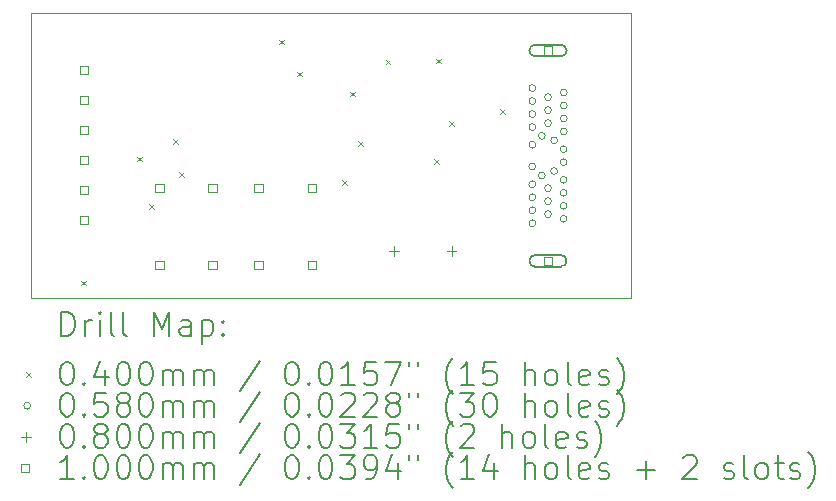
<source format=gbr>
%TF.GenerationSoftware,KiCad,Pcbnew,7.0.6*%
%TF.CreationDate,2024-04-30T21:30:09+02:00*%
%TF.ProjectId,F_Board_V1.1,465f426f-6172-4645-9f56-312e312e6b69,rev?*%
%TF.SameCoordinates,Original*%
%TF.FileFunction,Drillmap*%
%TF.FilePolarity,Positive*%
%FSLAX45Y45*%
G04 Gerber Fmt 4.5, Leading zero omitted, Abs format (unit mm)*
G04 Created by KiCad (PCBNEW 7.0.6) date 2024-04-30 21:30:09*
%MOMM*%
%LPD*%
G01*
G04 APERTURE LIST*
%ADD10C,0.100000*%
%ADD11C,0.200000*%
%ADD12C,0.040000*%
%ADD13C,0.058000*%
%ADD14C,0.080000*%
G04 APERTURE END LIST*
D10*
X14040000Y-7960000D02*
X19120000Y-7960000D01*
X19120000Y-10380000D01*
X14040000Y-10380000D01*
X14040000Y-7960000D01*
D11*
D12*
X14460000Y-10230000D02*
X14500000Y-10270000D01*
X14500000Y-10230000D02*
X14460000Y-10270000D01*
X14940000Y-9180000D02*
X14980000Y-9220000D01*
X14980000Y-9180000D02*
X14940000Y-9220000D01*
X15040000Y-9580000D02*
X15080000Y-9620000D01*
X15080000Y-9580000D02*
X15040000Y-9620000D01*
X15240000Y-9030000D02*
X15280000Y-9070000D01*
X15280000Y-9030000D02*
X15240000Y-9070000D01*
X15290000Y-9310000D02*
X15330000Y-9350000D01*
X15330000Y-9310000D02*
X15290000Y-9350000D01*
X16140000Y-8190000D02*
X16180000Y-8230000D01*
X16180000Y-8190000D02*
X16140000Y-8230000D01*
X16290000Y-8460000D02*
X16330000Y-8500000D01*
X16330000Y-8460000D02*
X16290000Y-8500000D01*
X16670000Y-9380000D02*
X16710000Y-9420000D01*
X16710000Y-9380000D02*
X16670000Y-9420000D01*
X16740000Y-8630000D02*
X16780000Y-8670000D01*
X16780000Y-8630000D02*
X16740000Y-8670000D01*
X16810000Y-9050000D02*
X16850000Y-9090000D01*
X16850000Y-9050000D02*
X16810000Y-9090000D01*
X17040000Y-8360000D02*
X17080000Y-8400000D01*
X17080000Y-8360000D02*
X17040000Y-8400000D01*
X17450000Y-9200000D02*
X17490000Y-9240000D01*
X17490000Y-9200000D02*
X17450000Y-9240000D01*
X17470000Y-8350000D02*
X17510000Y-8390000D01*
X17510000Y-8350000D02*
X17470000Y-8390000D01*
X17580000Y-8880000D02*
X17620000Y-8920000D01*
X17620000Y-8880000D02*
X17580000Y-8920000D01*
X18010000Y-8780000D02*
X18050000Y-8820000D01*
X18050000Y-8780000D02*
X18010000Y-8820000D01*
D13*
X18312250Y-8599425D02*
G75*
G03*
X18312250Y-8599425I-29000J0D01*
G01*
X18312250Y-8709425D02*
G75*
G03*
X18312250Y-8709425I-29000J0D01*
G01*
X18312250Y-8819425D02*
G75*
G03*
X18312250Y-8819425I-29000J0D01*
G01*
X18312250Y-8929425D02*
G75*
G03*
X18312250Y-8929425I-29000J0D01*
G01*
X18312250Y-9079425D02*
G75*
G03*
X18312250Y-9079425I-29000J0D01*
G01*
X18312250Y-9264425D02*
G75*
G03*
X18312250Y-9264425I-29000J0D01*
G01*
X18312250Y-9414425D02*
G75*
G03*
X18312250Y-9414425I-29000J0D01*
G01*
X18312250Y-9524425D02*
G75*
G03*
X18312250Y-9524425I-29000J0D01*
G01*
X18312250Y-9634425D02*
G75*
G03*
X18312250Y-9634425I-29000J0D01*
G01*
X18312250Y-9744425D02*
G75*
G03*
X18312250Y-9744425I-29000J0D01*
G01*
X18392250Y-9004425D02*
G75*
G03*
X18392250Y-9004425I-29000J0D01*
G01*
X18392250Y-9339425D02*
G75*
G03*
X18392250Y-9339425I-29000J0D01*
G01*
X18444750Y-8676925D02*
G75*
G03*
X18444750Y-8676925I-29000J0D01*
G01*
X18444750Y-8786925D02*
G75*
G03*
X18444750Y-8786925I-29000J0D01*
G01*
X18444750Y-8896925D02*
G75*
G03*
X18444750Y-8896925I-29000J0D01*
G01*
X18444750Y-9446925D02*
G75*
G03*
X18444750Y-9446925I-29000J0D01*
G01*
X18444750Y-9556925D02*
G75*
G03*
X18444750Y-9556925I-29000J0D01*
G01*
X18444750Y-9666925D02*
G75*
G03*
X18444750Y-9666925I-29000J0D01*
G01*
X18497250Y-9041925D02*
G75*
G03*
X18497250Y-9041925I-29000J0D01*
G01*
X18497250Y-9301925D02*
G75*
G03*
X18497250Y-9301925I-29000J0D01*
G01*
X18577250Y-8636925D02*
G75*
G03*
X18577250Y-8636925I-29000J0D01*
G01*
X18577250Y-8746925D02*
G75*
G03*
X18577250Y-8746925I-29000J0D01*
G01*
X18577250Y-8856925D02*
G75*
G03*
X18577250Y-8856925I-29000J0D01*
G01*
X18577250Y-8966925D02*
G75*
G03*
X18577250Y-8966925I-29000J0D01*
G01*
X18577250Y-9116925D02*
G75*
G03*
X18577250Y-9116925I-29000J0D01*
G01*
X18577250Y-9226925D02*
G75*
G03*
X18577250Y-9226925I-29000J0D01*
G01*
X18577250Y-9376925D02*
G75*
G03*
X18577250Y-9376925I-29000J0D01*
G01*
X18577250Y-9486925D02*
G75*
G03*
X18577250Y-9486925I-29000J0D01*
G01*
X18577250Y-9596925D02*
G75*
G03*
X18577250Y-9596925I-29000J0D01*
G01*
X18577250Y-9706925D02*
G75*
G03*
X18577250Y-9706925I-29000J0D01*
G01*
D14*
X17112000Y-9940000D02*
X17112000Y-10020000D01*
X17072000Y-9980000D02*
X17152000Y-9980000D01*
X17600000Y-9940000D02*
X17600000Y-10020000D01*
X17560000Y-9980000D02*
X17640000Y-9980000D01*
D10*
X14522856Y-8480356D02*
X14522856Y-8409644D01*
X14452144Y-8409644D01*
X14452144Y-8480356D01*
X14522856Y-8480356D01*
X14522856Y-8734356D02*
X14522856Y-8663644D01*
X14452144Y-8663644D01*
X14452144Y-8734356D01*
X14522856Y-8734356D01*
X14522856Y-8988356D02*
X14522856Y-8917644D01*
X14452144Y-8917644D01*
X14452144Y-8988356D01*
X14522856Y-8988356D01*
X14522856Y-9242356D02*
X14522856Y-9171644D01*
X14452144Y-9171644D01*
X14452144Y-9242356D01*
X14522856Y-9242356D01*
X14522856Y-9496356D02*
X14522856Y-9425644D01*
X14452144Y-9425644D01*
X14452144Y-9496356D01*
X14522856Y-9496356D01*
X14522856Y-9750356D02*
X14522856Y-9679644D01*
X14452144Y-9679644D01*
X14452144Y-9750356D01*
X14522856Y-9750356D01*
X15160356Y-9480356D02*
X15160356Y-9409644D01*
X15089644Y-9409644D01*
X15089644Y-9480356D01*
X15160356Y-9480356D01*
X15160356Y-10130356D02*
X15160356Y-10059644D01*
X15089644Y-10059644D01*
X15089644Y-10130356D01*
X15160356Y-10130356D01*
X15610356Y-9480356D02*
X15610356Y-9409644D01*
X15539644Y-9409644D01*
X15539644Y-9480356D01*
X15610356Y-9480356D01*
X15610356Y-10130356D02*
X15610356Y-10059644D01*
X15539644Y-10059644D01*
X15539644Y-10130356D01*
X15610356Y-10130356D01*
X16000356Y-9480356D02*
X16000356Y-9409644D01*
X15929644Y-9409644D01*
X15929644Y-9480356D01*
X16000356Y-9480356D01*
X16000356Y-10130356D02*
X16000356Y-10059644D01*
X15929644Y-10059644D01*
X15929644Y-10130356D01*
X16000356Y-10130356D01*
X16450356Y-9480356D02*
X16450356Y-9409644D01*
X16379644Y-9409644D01*
X16379644Y-9480356D01*
X16450356Y-9480356D01*
X16450356Y-10130356D02*
X16450356Y-10059644D01*
X16379644Y-10059644D01*
X16379644Y-10130356D01*
X16450356Y-10130356D01*
X18451106Y-8317281D02*
X18451106Y-8246569D01*
X18380394Y-8246569D01*
X18380394Y-8317281D01*
X18451106Y-8317281D01*
D11*
X18308250Y-8331925D02*
X18523250Y-8331925D01*
X18523250Y-8331925D02*
G75*
G03*
X18523250Y-8231925I0J50000D01*
G01*
X18523250Y-8231925D02*
X18308250Y-8231925D01*
X18308250Y-8231925D02*
G75*
G03*
X18308250Y-8331925I0J-50000D01*
G01*
D10*
X18451106Y-10097281D02*
X18451106Y-10026569D01*
X18380394Y-10026569D01*
X18380394Y-10097281D01*
X18451106Y-10097281D01*
D11*
X18308250Y-10111925D02*
X18523250Y-10111925D01*
X18523250Y-10111925D02*
G75*
G03*
X18523250Y-10011925I0J50000D01*
G01*
X18523250Y-10011925D02*
X18308250Y-10011925D01*
X18308250Y-10011925D02*
G75*
G03*
X18308250Y-10111925I0J-50000D01*
G01*
X14295777Y-10696484D02*
X14295777Y-10496484D01*
X14295777Y-10496484D02*
X14343396Y-10496484D01*
X14343396Y-10496484D02*
X14371967Y-10506008D01*
X14371967Y-10506008D02*
X14391015Y-10525055D01*
X14391015Y-10525055D02*
X14400539Y-10544103D01*
X14400539Y-10544103D02*
X14410062Y-10582198D01*
X14410062Y-10582198D02*
X14410062Y-10610770D01*
X14410062Y-10610770D02*
X14400539Y-10648865D01*
X14400539Y-10648865D02*
X14391015Y-10667912D01*
X14391015Y-10667912D02*
X14371967Y-10686960D01*
X14371967Y-10686960D02*
X14343396Y-10696484D01*
X14343396Y-10696484D02*
X14295777Y-10696484D01*
X14495777Y-10696484D02*
X14495777Y-10563150D01*
X14495777Y-10601246D02*
X14505301Y-10582198D01*
X14505301Y-10582198D02*
X14514824Y-10572674D01*
X14514824Y-10572674D02*
X14533872Y-10563150D01*
X14533872Y-10563150D02*
X14552920Y-10563150D01*
X14619586Y-10696484D02*
X14619586Y-10563150D01*
X14619586Y-10496484D02*
X14610062Y-10506008D01*
X14610062Y-10506008D02*
X14619586Y-10515531D01*
X14619586Y-10515531D02*
X14629110Y-10506008D01*
X14629110Y-10506008D02*
X14619586Y-10496484D01*
X14619586Y-10496484D02*
X14619586Y-10515531D01*
X14743396Y-10696484D02*
X14724348Y-10686960D01*
X14724348Y-10686960D02*
X14714824Y-10667912D01*
X14714824Y-10667912D02*
X14714824Y-10496484D01*
X14848158Y-10696484D02*
X14829110Y-10686960D01*
X14829110Y-10686960D02*
X14819586Y-10667912D01*
X14819586Y-10667912D02*
X14819586Y-10496484D01*
X15076729Y-10696484D02*
X15076729Y-10496484D01*
X15076729Y-10496484D02*
X15143396Y-10639341D01*
X15143396Y-10639341D02*
X15210062Y-10496484D01*
X15210062Y-10496484D02*
X15210062Y-10696484D01*
X15391015Y-10696484D02*
X15391015Y-10591722D01*
X15391015Y-10591722D02*
X15381491Y-10572674D01*
X15381491Y-10572674D02*
X15362443Y-10563150D01*
X15362443Y-10563150D02*
X15324348Y-10563150D01*
X15324348Y-10563150D02*
X15305301Y-10572674D01*
X15391015Y-10686960D02*
X15371967Y-10696484D01*
X15371967Y-10696484D02*
X15324348Y-10696484D01*
X15324348Y-10696484D02*
X15305301Y-10686960D01*
X15305301Y-10686960D02*
X15295777Y-10667912D01*
X15295777Y-10667912D02*
X15295777Y-10648865D01*
X15295777Y-10648865D02*
X15305301Y-10629817D01*
X15305301Y-10629817D02*
X15324348Y-10620293D01*
X15324348Y-10620293D02*
X15371967Y-10620293D01*
X15371967Y-10620293D02*
X15391015Y-10610770D01*
X15486253Y-10563150D02*
X15486253Y-10763150D01*
X15486253Y-10572674D02*
X15505301Y-10563150D01*
X15505301Y-10563150D02*
X15543396Y-10563150D01*
X15543396Y-10563150D02*
X15562443Y-10572674D01*
X15562443Y-10572674D02*
X15571967Y-10582198D01*
X15571967Y-10582198D02*
X15581491Y-10601246D01*
X15581491Y-10601246D02*
X15581491Y-10658389D01*
X15581491Y-10658389D02*
X15571967Y-10677436D01*
X15571967Y-10677436D02*
X15562443Y-10686960D01*
X15562443Y-10686960D02*
X15543396Y-10696484D01*
X15543396Y-10696484D02*
X15505301Y-10696484D01*
X15505301Y-10696484D02*
X15486253Y-10686960D01*
X15667205Y-10677436D02*
X15676729Y-10686960D01*
X15676729Y-10686960D02*
X15667205Y-10696484D01*
X15667205Y-10696484D02*
X15657682Y-10686960D01*
X15657682Y-10686960D02*
X15667205Y-10677436D01*
X15667205Y-10677436D02*
X15667205Y-10696484D01*
X15667205Y-10572674D02*
X15676729Y-10582198D01*
X15676729Y-10582198D02*
X15667205Y-10591722D01*
X15667205Y-10591722D02*
X15657682Y-10582198D01*
X15657682Y-10582198D02*
X15667205Y-10572674D01*
X15667205Y-10572674D02*
X15667205Y-10591722D01*
D12*
X13995000Y-11005000D02*
X14035000Y-11045000D01*
X14035000Y-11005000D02*
X13995000Y-11045000D01*
D11*
X14333872Y-10916484D02*
X14352920Y-10916484D01*
X14352920Y-10916484D02*
X14371967Y-10926008D01*
X14371967Y-10926008D02*
X14381491Y-10935531D01*
X14381491Y-10935531D02*
X14391015Y-10954579D01*
X14391015Y-10954579D02*
X14400539Y-10992674D01*
X14400539Y-10992674D02*
X14400539Y-11040293D01*
X14400539Y-11040293D02*
X14391015Y-11078389D01*
X14391015Y-11078389D02*
X14381491Y-11097436D01*
X14381491Y-11097436D02*
X14371967Y-11106960D01*
X14371967Y-11106960D02*
X14352920Y-11116484D01*
X14352920Y-11116484D02*
X14333872Y-11116484D01*
X14333872Y-11116484D02*
X14314824Y-11106960D01*
X14314824Y-11106960D02*
X14305301Y-11097436D01*
X14305301Y-11097436D02*
X14295777Y-11078389D01*
X14295777Y-11078389D02*
X14286253Y-11040293D01*
X14286253Y-11040293D02*
X14286253Y-10992674D01*
X14286253Y-10992674D02*
X14295777Y-10954579D01*
X14295777Y-10954579D02*
X14305301Y-10935531D01*
X14305301Y-10935531D02*
X14314824Y-10926008D01*
X14314824Y-10926008D02*
X14333872Y-10916484D01*
X14486253Y-11097436D02*
X14495777Y-11106960D01*
X14495777Y-11106960D02*
X14486253Y-11116484D01*
X14486253Y-11116484D02*
X14476729Y-11106960D01*
X14476729Y-11106960D02*
X14486253Y-11097436D01*
X14486253Y-11097436D02*
X14486253Y-11116484D01*
X14667205Y-10983150D02*
X14667205Y-11116484D01*
X14619586Y-10906960D02*
X14571967Y-11049817D01*
X14571967Y-11049817D02*
X14695777Y-11049817D01*
X14810062Y-10916484D02*
X14829110Y-10916484D01*
X14829110Y-10916484D02*
X14848158Y-10926008D01*
X14848158Y-10926008D02*
X14857682Y-10935531D01*
X14857682Y-10935531D02*
X14867205Y-10954579D01*
X14867205Y-10954579D02*
X14876729Y-10992674D01*
X14876729Y-10992674D02*
X14876729Y-11040293D01*
X14876729Y-11040293D02*
X14867205Y-11078389D01*
X14867205Y-11078389D02*
X14857682Y-11097436D01*
X14857682Y-11097436D02*
X14848158Y-11106960D01*
X14848158Y-11106960D02*
X14829110Y-11116484D01*
X14829110Y-11116484D02*
X14810062Y-11116484D01*
X14810062Y-11116484D02*
X14791015Y-11106960D01*
X14791015Y-11106960D02*
X14781491Y-11097436D01*
X14781491Y-11097436D02*
X14771967Y-11078389D01*
X14771967Y-11078389D02*
X14762443Y-11040293D01*
X14762443Y-11040293D02*
X14762443Y-10992674D01*
X14762443Y-10992674D02*
X14771967Y-10954579D01*
X14771967Y-10954579D02*
X14781491Y-10935531D01*
X14781491Y-10935531D02*
X14791015Y-10926008D01*
X14791015Y-10926008D02*
X14810062Y-10916484D01*
X15000539Y-10916484D02*
X15019586Y-10916484D01*
X15019586Y-10916484D02*
X15038634Y-10926008D01*
X15038634Y-10926008D02*
X15048158Y-10935531D01*
X15048158Y-10935531D02*
X15057682Y-10954579D01*
X15057682Y-10954579D02*
X15067205Y-10992674D01*
X15067205Y-10992674D02*
X15067205Y-11040293D01*
X15067205Y-11040293D02*
X15057682Y-11078389D01*
X15057682Y-11078389D02*
X15048158Y-11097436D01*
X15048158Y-11097436D02*
X15038634Y-11106960D01*
X15038634Y-11106960D02*
X15019586Y-11116484D01*
X15019586Y-11116484D02*
X15000539Y-11116484D01*
X15000539Y-11116484D02*
X14981491Y-11106960D01*
X14981491Y-11106960D02*
X14971967Y-11097436D01*
X14971967Y-11097436D02*
X14962443Y-11078389D01*
X14962443Y-11078389D02*
X14952920Y-11040293D01*
X14952920Y-11040293D02*
X14952920Y-10992674D01*
X14952920Y-10992674D02*
X14962443Y-10954579D01*
X14962443Y-10954579D02*
X14971967Y-10935531D01*
X14971967Y-10935531D02*
X14981491Y-10926008D01*
X14981491Y-10926008D02*
X15000539Y-10916484D01*
X15152920Y-11116484D02*
X15152920Y-10983150D01*
X15152920Y-11002198D02*
X15162443Y-10992674D01*
X15162443Y-10992674D02*
X15181491Y-10983150D01*
X15181491Y-10983150D02*
X15210063Y-10983150D01*
X15210063Y-10983150D02*
X15229110Y-10992674D01*
X15229110Y-10992674D02*
X15238634Y-11011722D01*
X15238634Y-11011722D02*
X15238634Y-11116484D01*
X15238634Y-11011722D02*
X15248158Y-10992674D01*
X15248158Y-10992674D02*
X15267205Y-10983150D01*
X15267205Y-10983150D02*
X15295777Y-10983150D01*
X15295777Y-10983150D02*
X15314824Y-10992674D01*
X15314824Y-10992674D02*
X15324348Y-11011722D01*
X15324348Y-11011722D02*
X15324348Y-11116484D01*
X15419586Y-11116484D02*
X15419586Y-10983150D01*
X15419586Y-11002198D02*
X15429110Y-10992674D01*
X15429110Y-10992674D02*
X15448158Y-10983150D01*
X15448158Y-10983150D02*
X15476729Y-10983150D01*
X15476729Y-10983150D02*
X15495777Y-10992674D01*
X15495777Y-10992674D02*
X15505301Y-11011722D01*
X15505301Y-11011722D02*
X15505301Y-11116484D01*
X15505301Y-11011722D02*
X15514824Y-10992674D01*
X15514824Y-10992674D02*
X15533872Y-10983150D01*
X15533872Y-10983150D02*
X15562443Y-10983150D01*
X15562443Y-10983150D02*
X15581491Y-10992674D01*
X15581491Y-10992674D02*
X15591015Y-11011722D01*
X15591015Y-11011722D02*
X15591015Y-11116484D01*
X15981491Y-10906960D02*
X15810063Y-11164103D01*
X16238634Y-10916484D02*
X16257682Y-10916484D01*
X16257682Y-10916484D02*
X16276729Y-10926008D01*
X16276729Y-10926008D02*
X16286253Y-10935531D01*
X16286253Y-10935531D02*
X16295777Y-10954579D01*
X16295777Y-10954579D02*
X16305301Y-10992674D01*
X16305301Y-10992674D02*
X16305301Y-11040293D01*
X16305301Y-11040293D02*
X16295777Y-11078389D01*
X16295777Y-11078389D02*
X16286253Y-11097436D01*
X16286253Y-11097436D02*
X16276729Y-11106960D01*
X16276729Y-11106960D02*
X16257682Y-11116484D01*
X16257682Y-11116484D02*
X16238634Y-11116484D01*
X16238634Y-11116484D02*
X16219586Y-11106960D01*
X16219586Y-11106960D02*
X16210063Y-11097436D01*
X16210063Y-11097436D02*
X16200539Y-11078389D01*
X16200539Y-11078389D02*
X16191015Y-11040293D01*
X16191015Y-11040293D02*
X16191015Y-10992674D01*
X16191015Y-10992674D02*
X16200539Y-10954579D01*
X16200539Y-10954579D02*
X16210063Y-10935531D01*
X16210063Y-10935531D02*
X16219586Y-10926008D01*
X16219586Y-10926008D02*
X16238634Y-10916484D01*
X16391015Y-11097436D02*
X16400539Y-11106960D01*
X16400539Y-11106960D02*
X16391015Y-11116484D01*
X16391015Y-11116484D02*
X16381491Y-11106960D01*
X16381491Y-11106960D02*
X16391015Y-11097436D01*
X16391015Y-11097436D02*
X16391015Y-11116484D01*
X16524348Y-10916484D02*
X16543396Y-10916484D01*
X16543396Y-10916484D02*
X16562444Y-10926008D01*
X16562444Y-10926008D02*
X16571967Y-10935531D01*
X16571967Y-10935531D02*
X16581491Y-10954579D01*
X16581491Y-10954579D02*
X16591015Y-10992674D01*
X16591015Y-10992674D02*
X16591015Y-11040293D01*
X16591015Y-11040293D02*
X16581491Y-11078389D01*
X16581491Y-11078389D02*
X16571967Y-11097436D01*
X16571967Y-11097436D02*
X16562444Y-11106960D01*
X16562444Y-11106960D02*
X16543396Y-11116484D01*
X16543396Y-11116484D02*
X16524348Y-11116484D01*
X16524348Y-11116484D02*
X16505301Y-11106960D01*
X16505301Y-11106960D02*
X16495777Y-11097436D01*
X16495777Y-11097436D02*
X16486253Y-11078389D01*
X16486253Y-11078389D02*
X16476729Y-11040293D01*
X16476729Y-11040293D02*
X16476729Y-10992674D01*
X16476729Y-10992674D02*
X16486253Y-10954579D01*
X16486253Y-10954579D02*
X16495777Y-10935531D01*
X16495777Y-10935531D02*
X16505301Y-10926008D01*
X16505301Y-10926008D02*
X16524348Y-10916484D01*
X16781491Y-11116484D02*
X16667206Y-11116484D01*
X16724348Y-11116484D02*
X16724348Y-10916484D01*
X16724348Y-10916484D02*
X16705301Y-10945055D01*
X16705301Y-10945055D02*
X16686253Y-10964103D01*
X16686253Y-10964103D02*
X16667206Y-10973627D01*
X16962444Y-10916484D02*
X16867206Y-10916484D01*
X16867206Y-10916484D02*
X16857682Y-11011722D01*
X16857682Y-11011722D02*
X16867206Y-11002198D01*
X16867206Y-11002198D02*
X16886253Y-10992674D01*
X16886253Y-10992674D02*
X16933872Y-10992674D01*
X16933872Y-10992674D02*
X16952920Y-11002198D01*
X16952920Y-11002198D02*
X16962444Y-11011722D01*
X16962444Y-11011722D02*
X16971968Y-11030770D01*
X16971968Y-11030770D02*
X16971968Y-11078389D01*
X16971968Y-11078389D02*
X16962444Y-11097436D01*
X16962444Y-11097436D02*
X16952920Y-11106960D01*
X16952920Y-11106960D02*
X16933872Y-11116484D01*
X16933872Y-11116484D02*
X16886253Y-11116484D01*
X16886253Y-11116484D02*
X16867206Y-11106960D01*
X16867206Y-11106960D02*
X16857682Y-11097436D01*
X17038634Y-10916484D02*
X17171968Y-10916484D01*
X17171968Y-10916484D02*
X17086253Y-11116484D01*
X17238634Y-10916484D02*
X17238634Y-10954579D01*
X17314825Y-10916484D02*
X17314825Y-10954579D01*
X17610063Y-11192674D02*
X17600539Y-11183150D01*
X17600539Y-11183150D02*
X17581491Y-11154579D01*
X17581491Y-11154579D02*
X17571968Y-11135531D01*
X17571968Y-11135531D02*
X17562444Y-11106960D01*
X17562444Y-11106960D02*
X17552920Y-11059341D01*
X17552920Y-11059341D02*
X17552920Y-11021246D01*
X17552920Y-11021246D02*
X17562444Y-10973627D01*
X17562444Y-10973627D02*
X17571968Y-10945055D01*
X17571968Y-10945055D02*
X17581491Y-10926008D01*
X17581491Y-10926008D02*
X17600539Y-10897436D01*
X17600539Y-10897436D02*
X17610063Y-10887912D01*
X17791015Y-11116484D02*
X17676730Y-11116484D01*
X17733872Y-11116484D02*
X17733872Y-10916484D01*
X17733872Y-10916484D02*
X17714825Y-10945055D01*
X17714825Y-10945055D02*
X17695777Y-10964103D01*
X17695777Y-10964103D02*
X17676730Y-10973627D01*
X17971968Y-10916484D02*
X17876730Y-10916484D01*
X17876730Y-10916484D02*
X17867206Y-11011722D01*
X17867206Y-11011722D02*
X17876730Y-11002198D01*
X17876730Y-11002198D02*
X17895777Y-10992674D01*
X17895777Y-10992674D02*
X17943396Y-10992674D01*
X17943396Y-10992674D02*
X17962444Y-11002198D01*
X17962444Y-11002198D02*
X17971968Y-11011722D01*
X17971968Y-11011722D02*
X17981491Y-11030770D01*
X17981491Y-11030770D02*
X17981491Y-11078389D01*
X17981491Y-11078389D02*
X17971968Y-11097436D01*
X17971968Y-11097436D02*
X17962444Y-11106960D01*
X17962444Y-11106960D02*
X17943396Y-11116484D01*
X17943396Y-11116484D02*
X17895777Y-11116484D01*
X17895777Y-11116484D02*
X17876730Y-11106960D01*
X17876730Y-11106960D02*
X17867206Y-11097436D01*
X18219587Y-11116484D02*
X18219587Y-10916484D01*
X18305301Y-11116484D02*
X18305301Y-11011722D01*
X18305301Y-11011722D02*
X18295777Y-10992674D01*
X18295777Y-10992674D02*
X18276730Y-10983150D01*
X18276730Y-10983150D02*
X18248158Y-10983150D01*
X18248158Y-10983150D02*
X18229111Y-10992674D01*
X18229111Y-10992674D02*
X18219587Y-11002198D01*
X18429111Y-11116484D02*
X18410063Y-11106960D01*
X18410063Y-11106960D02*
X18400539Y-11097436D01*
X18400539Y-11097436D02*
X18391015Y-11078389D01*
X18391015Y-11078389D02*
X18391015Y-11021246D01*
X18391015Y-11021246D02*
X18400539Y-11002198D01*
X18400539Y-11002198D02*
X18410063Y-10992674D01*
X18410063Y-10992674D02*
X18429111Y-10983150D01*
X18429111Y-10983150D02*
X18457682Y-10983150D01*
X18457682Y-10983150D02*
X18476730Y-10992674D01*
X18476730Y-10992674D02*
X18486253Y-11002198D01*
X18486253Y-11002198D02*
X18495777Y-11021246D01*
X18495777Y-11021246D02*
X18495777Y-11078389D01*
X18495777Y-11078389D02*
X18486253Y-11097436D01*
X18486253Y-11097436D02*
X18476730Y-11106960D01*
X18476730Y-11106960D02*
X18457682Y-11116484D01*
X18457682Y-11116484D02*
X18429111Y-11116484D01*
X18610063Y-11116484D02*
X18591015Y-11106960D01*
X18591015Y-11106960D02*
X18581492Y-11087912D01*
X18581492Y-11087912D02*
X18581492Y-10916484D01*
X18762444Y-11106960D02*
X18743396Y-11116484D01*
X18743396Y-11116484D02*
X18705301Y-11116484D01*
X18705301Y-11116484D02*
X18686253Y-11106960D01*
X18686253Y-11106960D02*
X18676730Y-11087912D01*
X18676730Y-11087912D02*
X18676730Y-11011722D01*
X18676730Y-11011722D02*
X18686253Y-10992674D01*
X18686253Y-10992674D02*
X18705301Y-10983150D01*
X18705301Y-10983150D02*
X18743396Y-10983150D01*
X18743396Y-10983150D02*
X18762444Y-10992674D01*
X18762444Y-10992674D02*
X18771968Y-11011722D01*
X18771968Y-11011722D02*
X18771968Y-11030770D01*
X18771968Y-11030770D02*
X18676730Y-11049817D01*
X18848158Y-11106960D02*
X18867206Y-11116484D01*
X18867206Y-11116484D02*
X18905301Y-11116484D01*
X18905301Y-11116484D02*
X18924349Y-11106960D01*
X18924349Y-11106960D02*
X18933873Y-11087912D01*
X18933873Y-11087912D02*
X18933873Y-11078389D01*
X18933873Y-11078389D02*
X18924349Y-11059341D01*
X18924349Y-11059341D02*
X18905301Y-11049817D01*
X18905301Y-11049817D02*
X18876730Y-11049817D01*
X18876730Y-11049817D02*
X18857682Y-11040293D01*
X18857682Y-11040293D02*
X18848158Y-11021246D01*
X18848158Y-11021246D02*
X18848158Y-11011722D01*
X18848158Y-11011722D02*
X18857682Y-10992674D01*
X18857682Y-10992674D02*
X18876730Y-10983150D01*
X18876730Y-10983150D02*
X18905301Y-10983150D01*
X18905301Y-10983150D02*
X18924349Y-10992674D01*
X19000539Y-11192674D02*
X19010063Y-11183150D01*
X19010063Y-11183150D02*
X19029111Y-11154579D01*
X19029111Y-11154579D02*
X19038634Y-11135531D01*
X19038634Y-11135531D02*
X19048158Y-11106960D01*
X19048158Y-11106960D02*
X19057682Y-11059341D01*
X19057682Y-11059341D02*
X19057682Y-11021246D01*
X19057682Y-11021246D02*
X19048158Y-10973627D01*
X19048158Y-10973627D02*
X19038634Y-10945055D01*
X19038634Y-10945055D02*
X19029111Y-10926008D01*
X19029111Y-10926008D02*
X19010063Y-10897436D01*
X19010063Y-10897436D02*
X19000539Y-10887912D01*
D13*
X14035000Y-11289000D02*
G75*
G03*
X14035000Y-11289000I-29000J0D01*
G01*
D11*
X14333872Y-11180484D02*
X14352920Y-11180484D01*
X14352920Y-11180484D02*
X14371967Y-11190008D01*
X14371967Y-11190008D02*
X14381491Y-11199531D01*
X14381491Y-11199531D02*
X14391015Y-11218579D01*
X14391015Y-11218579D02*
X14400539Y-11256674D01*
X14400539Y-11256674D02*
X14400539Y-11304293D01*
X14400539Y-11304293D02*
X14391015Y-11342388D01*
X14391015Y-11342388D02*
X14381491Y-11361436D01*
X14381491Y-11361436D02*
X14371967Y-11370960D01*
X14371967Y-11370960D02*
X14352920Y-11380484D01*
X14352920Y-11380484D02*
X14333872Y-11380484D01*
X14333872Y-11380484D02*
X14314824Y-11370960D01*
X14314824Y-11370960D02*
X14305301Y-11361436D01*
X14305301Y-11361436D02*
X14295777Y-11342388D01*
X14295777Y-11342388D02*
X14286253Y-11304293D01*
X14286253Y-11304293D02*
X14286253Y-11256674D01*
X14286253Y-11256674D02*
X14295777Y-11218579D01*
X14295777Y-11218579D02*
X14305301Y-11199531D01*
X14305301Y-11199531D02*
X14314824Y-11190008D01*
X14314824Y-11190008D02*
X14333872Y-11180484D01*
X14486253Y-11361436D02*
X14495777Y-11370960D01*
X14495777Y-11370960D02*
X14486253Y-11380484D01*
X14486253Y-11380484D02*
X14476729Y-11370960D01*
X14476729Y-11370960D02*
X14486253Y-11361436D01*
X14486253Y-11361436D02*
X14486253Y-11380484D01*
X14676729Y-11180484D02*
X14581491Y-11180484D01*
X14581491Y-11180484D02*
X14571967Y-11275722D01*
X14571967Y-11275722D02*
X14581491Y-11266198D01*
X14581491Y-11266198D02*
X14600539Y-11256674D01*
X14600539Y-11256674D02*
X14648158Y-11256674D01*
X14648158Y-11256674D02*
X14667205Y-11266198D01*
X14667205Y-11266198D02*
X14676729Y-11275722D01*
X14676729Y-11275722D02*
X14686253Y-11294769D01*
X14686253Y-11294769D02*
X14686253Y-11342388D01*
X14686253Y-11342388D02*
X14676729Y-11361436D01*
X14676729Y-11361436D02*
X14667205Y-11370960D01*
X14667205Y-11370960D02*
X14648158Y-11380484D01*
X14648158Y-11380484D02*
X14600539Y-11380484D01*
X14600539Y-11380484D02*
X14581491Y-11370960D01*
X14581491Y-11370960D02*
X14571967Y-11361436D01*
X14800539Y-11266198D02*
X14781491Y-11256674D01*
X14781491Y-11256674D02*
X14771967Y-11247150D01*
X14771967Y-11247150D02*
X14762443Y-11228103D01*
X14762443Y-11228103D02*
X14762443Y-11218579D01*
X14762443Y-11218579D02*
X14771967Y-11199531D01*
X14771967Y-11199531D02*
X14781491Y-11190008D01*
X14781491Y-11190008D02*
X14800539Y-11180484D01*
X14800539Y-11180484D02*
X14838634Y-11180484D01*
X14838634Y-11180484D02*
X14857682Y-11190008D01*
X14857682Y-11190008D02*
X14867205Y-11199531D01*
X14867205Y-11199531D02*
X14876729Y-11218579D01*
X14876729Y-11218579D02*
X14876729Y-11228103D01*
X14876729Y-11228103D02*
X14867205Y-11247150D01*
X14867205Y-11247150D02*
X14857682Y-11256674D01*
X14857682Y-11256674D02*
X14838634Y-11266198D01*
X14838634Y-11266198D02*
X14800539Y-11266198D01*
X14800539Y-11266198D02*
X14781491Y-11275722D01*
X14781491Y-11275722D02*
X14771967Y-11285246D01*
X14771967Y-11285246D02*
X14762443Y-11304293D01*
X14762443Y-11304293D02*
X14762443Y-11342388D01*
X14762443Y-11342388D02*
X14771967Y-11361436D01*
X14771967Y-11361436D02*
X14781491Y-11370960D01*
X14781491Y-11370960D02*
X14800539Y-11380484D01*
X14800539Y-11380484D02*
X14838634Y-11380484D01*
X14838634Y-11380484D02*
X14857682Y-11370960D01*
X14857682Y-11370960D02*
X14867205Y-11361436D01*
X14867205Y-11361436D02*
X14876729Y-11342388D01*
X14876729Y-11342388D02*
X14876729Y-11304293D01*
X14876729Y-11304293D02*
X14867205Y-11285246D01*
X14867205Y-11285246D02*
X14857682Y-11275722D01*
X14857682Y-11275722D02*
X14838634Y-11266198D01*
X15000539Y-11180484D02*
X15019586Y-11180484D01*
X15019586Y-11180484D02*
X15038634Y-11190008D01*
X15038634Y-11190008D02*
X15048158Y-11199531D01*
X15048158Y-11199531D02*
X15057682Y-11218579D01*
X15057682Y-11218579D02*
X15067205Y-11256674D01*
X15067205Y-11256674D02*
X15067205Y-11304293D01*
X15067205Y-11304293D02*
X15057682Y-11342388D01*
X15057682Y-11342388D02*
X15048158Y-11361436D01*
X15048158Y-11361436D02*
X15038634Y-11370960D01*
X15038634Y-11370960D02*
X15019586Y-11380484D01*
X15019586Y-11380484D02*
X15000539Y-11380484D01*
X15000539Y-11380484D02*
X14981491Y-11370960D01*
X14981491Y-11370960D02*
X14971967Y-11361436D01*
X14971967Y-11361436D02*
X14962443Y-11342388D01*
X14962443Y-11342388D02*
X14952920Y-11304293D01*
X14952920Y-11304293D02*
X14952920Y-11256674D01*
X14952920Y-11256674D02*
X14962443Y-11218579D01*
X14962443Y-11218579D02*
X14971967Y-11199531D01*
X14971967Y-11199531D02*
X14981491Y-11190008D01*
X14981491Y-11190008D02*
X15000539Y-11180484D01*
X15152920Y-11380484D02*
X15152920Y-11247150D01*
X15152920Y-11266198D02*
X15162443Y-11256674D01*
X15162443Y-11256674D02*
X15181491Y-11247150D01*
X15181491Y-11247150D02*
X15210063Y-11247150D01*
X15210063Y-11247150D02*
X15229110Y-11256674D01*
X15229110Y-11256674D02*
X15238634Y-11275722D01*
X15238634Y-11275722D02*
X15238634Y-11380484D01*
X15238634Y-11275722D02*
X15248158Y-11256674D01*
X15248158Y-11256674D02*
X15267205Y-11247150D01*
X15267205Y-11247150D02*
X15295777Y-11247150D01*
X15295777Y-11247150D02*
X15314824Y-11256674D01*
X15314824Y-11256674D02*
X15324348Y-11275722D01*
X15324348Y-11275722D02*
X15324348Y-11380484D01*
X15419586Y-11380484D02*
X15419586Y-11247150D01*
X15419586Y-11266198D02*
X15429110Y-11256674D01*
X15429110Y-11256674D02*
X15448158Y-11247150D01*
X15448158Y-11247150D02*
X15476729Y-11247150D01*
X15476729Y-11247150D02*
X15495777Y-11256674D01*
X15495777Y-11256674D02*
X15505301Y-11275722D01*
X15505301Y-11275722D02*
X15505301Y-11380484D01*
X15505301Y-11275722D02*
X15514824Y-11256674D01*
X15514824Y-11256674D02*
X15533872Y-11247150D01*
X15533872Y-11247150D02*
X15562443Y-11247150D01*
X15562443Y-11247150D02*
X15581491Y-11256674D01*
X15581491Y-11256674D02*
X15591015Y-11275722D01*
X15591015Y-11275722D02*
X15591015Y-11380484D01*
X15981491Y-11170960D02*
X15810063Y-11428103D01*
X16238634Y-11180484D02*
X16257682Y-11180484D01*
X16257682Y-11180484D02*
X16276729Y-11190008D01*
X16276729Y-11190008D02*
X16286253Y-11199531D01*
X16286253Y-11199531D02*
X16295777Y-11218579D01*
X16295777Y-11218579D02*
X16305301Y-11256674D01*
X16305301Y-11256674D02*
X16305301Y-11304293D01*
X16305301Y-11304293D02*
X16295777Y-11342388D01*
X16295777Y-11342388D02*
X16286253Y-11361436D01*
X16286253Y-11361436D02*
X16276729Y-11370960D01*
X16276729Y-11370960D02*
X16257682Y-11380484D01*
X16257682Y-11380484D02*
X16238634Y-11380484D01*
X16238634Y-11380484D02*
X16219586Y-11370960D01*
X16219586Y-11370960D02*
X16210063Y-11361436D01*
X16210063Y-11361436D02*
X16200539Y-11342388D01*
X16200539Y-11342388D02*
X16191015Y-11304293D01*
X16191015Y-11304293D02*
X16191015Y-11256674D01*
X16191015Y-11256674D02*
X16200539Y-11218579D01*
X16200539Y-11218579D02*
X16210063Y-11199531D01*
X16210063Y-11199531D02*
X16219586Y-11190008D01*
X16219586Y-11190008D02*
X16238634Y-11180484D01*
X16391015Y-11361436D02*
X16400539Y-11370960D01*
X16400539Y-11370960D02*
X16391015Y-11380484D01*
X16391015Y-11380484D02*
X16381491Y-11370960D01*
X16381491Y-11370960D02*
X16391015Y-11361436D01*
X16391015Y-11361436D02*
X16391015Y-11380484D01*
X16524348Y-11180484D02*
X16543396Y-11180484D01*
X16543396Y-11180484D02*
X16562444Y-11190008D01*
X16562444Y-11190008D02*
X16571967Y-11199531D01*
X16571967Y-11199531D02*
X16581491Y-11218579D01*
X16581491Y-11218579D02*
X16591015Y-11256674D01*
X16591015Y-11256674D02*
X16591015Y-11304293D01*
X16591015Y-11304293D02*
X16581491Y-11342388D01*
X16581491Y-11342388D02*
X16571967Y-11361436D01*
X16571967Y-11361436D02*
X16562444Y-11370960D01*
X16562444Y-11370960D02*
X16543396Y-11380484D01*
X16543396Y-11380484D02*
X16524348Y-11380484D01*
X16524348Y-11380484D02*
X16505301Y-11370960D01*
X16505301Y-11370960D02*
X16495777Y-11361436D01*
X16495777Y-11361436D02*
X16486253Y-11342388D01*
X16486253Y-11342388D02*
X16476729Y-11304293D01*
X16476729Y-11304293D02*
X16476729Y-11256674D01*
X16476729Y-11256674D02*
X16486253Y-11218579D01*
X16486253Y-11218579D02*
X16495777Y-11199531D01*
X16495777Y-11199531D02*
X16505301Y-11190008D01*
X16505301Y-11190008D02*
X16524348Y-11180484D01*
X16667206Y-11199531D02*
X16676729Y-11190008D01*
X16676729Y-11190008D02*
X16695777Y-11180484D01*
X16695777Y-11180484D02*
X16743396Y-11180484D01*
X16743396Y-11180484D02*
X16762444Y-11190008D01*
X16762444Y-11190008D02*
X16771967Y-11199531D01*
X16771967Y-11199531D02*
X16781491Y-11218579D01*
X16781491Y-11218579D02*
X16781491Y-11237627D01*
X16781491Y-11237627D02*
X16771967Y-11266198D01*
X16771967Y-11266198D02*
X16657682Y-11380484D01*
X16657682Y-11380484D02*
X16781491Y-11380484D01*
X16857682Y-11199531D02*
X16867206Y-11190008D01*
X16867206Y-11190008D02*
X16886253Y-11180484D01*
X16886253Y-11180484D02*
X16933872Y-11180484D01*
X16933872Y-11180484D02*
X16952920Y-11190008D01*
X16952920Y-11190008D02*
X16962444Y-11199531D01*
X16962444Y-11199531D02*
X16971968Y-11218579D01*
X16971968Y-11218579D02*
X16971968Y-11237627D01*
X16971968Y-11237627D02*
X16962444Y-11266198D01*
X16962444Y-11266198D02*
X16848158Y-11380484D01*
X16848158Y-11380484D02*
X16971968Y-11380484D01*
X17086253Y-11266198D02*
X17067206Y-11256674D01*
X17067206Y-11256674D02*
X17057682Y-11247150D01*
X17057682Y-11247150D02*
X17048158Y-11228103D01*
X17048158Y-11228103D02*
X17048158Y-11218579D01*
X17048158Y-11218579D02*
X17057682Y-11199531D01*
X17057682Y-11199531D02*
X17067206Y-11190008D01*
X17067206Y-11190008D02*
X17086253Y-11180484D01*
X17086253Y-11180484D02*
X17124349Y-11180484D01*
X17124349Y-11180484D02*
X17143396Y-11190008D01*
X17143396Y-11190008D02*
X17152920Y-11199531D01*
X17152920Y-11199531D02*
X17162444Y-11218579D01*
X17162444Y-11218579D02*
X17162444Y-11228103D01*
X17162444Y-11228103D02*
X17152920Y-11247150D01*
X17152920Y-11247150D02*
X17143396Y-11256674D01*
X17143396Y-11256674D02*
X17124349Y-11266198D01*
X17124349Y-11266198D02*
X17086253Y-11266198D01*
X17086253Y-11266198D02*
X17067206Y-11275722D01*
X17067206Y-11275722D02*
X17057682Y-11285246D01*
X17057682Y-11285246D02*
X17048158Y-11304293D01*
X17048158Y-11304293D02*
X17048158Y-11342388D01*
X17048158Y-11342388D02*
X17057682Y-11361436D01*
X17057682Y-11361436D02*
X17067206Y-11370960D01*
X17067206Y-11370960D02*
X17086253Y-11380484D01*
X17086253Y-11380484D02*
X17124349Y-11380484D01*
X17124349Y-11380484D02*
X17143396Y-11370960D01*
X17143396Y-11370960D02*
X17152920Y-11361436D01*
X17152920Y-11361436D02*
X17162444Y-11342388D01*
X17162444Y-11342388D02*
X17162444Y-11304293D01*
X17162444Y-11304293D02*
X17152920Y-11285246D01*
X17152920Y-11285246D02*
X17143396Y-11275722D01*
X17143396Y-11275722D02*
X17124349Y-11266198D01*
X17238634Y-11180484D02*
X17238634Y-11218579D01*
X17314825Y-11180484D02*
X17314825Y-11218579D01*
X17610063Y-11456674D02*
X17600539Y-11447150D01*
X17600539Y-11447150D02*
X17581491Y-11418579D01*
X17581491Y-11418579D02*
X17571968Y-11399531D01*
X17571968Y-11399531D02*
X17562444Y-11370960D01*
X17562444Y-11370960D02*
X17552920Y-11323341D01*
X17552920Y-11323341D02*
X17552920Y-11285246D01*
X17552920Y-11285246D02*
X17562444Y-11237627D01*
X17562444Y-11237627D02*
X17571968Y-11209055D01*
X17571968Y-11209055D02*
X17581491Y-11190008D01*
X17581491Y-11190008D02*
X17600539Y-11161436D01*
X17600539Y-11161436D02*
X17610063Y-11151912D01*
X17667206Y-11180484D02*
X17791015Y-11180484D01*
X17791015Y-11180484D02*
X17724349Y-11256674D01*
X17724349Y-11256674D02*
X17752920Y-11256674D01*
X17752920Y-11256674D02*
X17771968Y-11266198D01*
X17771968Y-11266198D02*
X17781491Y-11275722D01*
X17781491Y-11275722D02*
X17791015Y-11294769D01*
X17791015Y-11294769D02*
X17791015Y-11342388D01*
X17791015Y-11342388D02*
X17781491Y-11361436D01*
X17781491Y-11361436D02*
X17771968Y-11370960D01*
X17771968Y-11370960D02*
X17752920Y-11380484D01*
X17752920Y-11380484D02*
X17695777Y-11380484D01*
X17695777Y-11380484D02*
X17676730Y-11370960D01*
X17676730Y-11370960D02*
X17667206Y-11361436D01*
X17914825Y-11180484D02*
X17933872Y-11180484D01*
X17933872Y-11180484D02*
X17952920Y-11190008D01*
X17952920Y-11190008D02*
X17962444Y-11199531D01*
X17962444Y-11199531D02*
X17971968Y-11218579D01*
X17971968Y-11218579D02*
X17981491Y-11256674D01*
X17981491Y-11256674D02*
X17981491Y-11304293D01*
X17981491Y-11304293D02*
X17971968Y-11342388D01*
X17971968Y-11342388D02*
X17962444Y-11361436D01*
X17962444Y-11361436D02*
X17952920Y-11370960D01*
X17952920Y-11370960D02*
X17933872Y-11380484D01*
X17933872Y-11380484D02*
X17914825Y-11380484D01*
X17914825Y-11380484D02*
X17895777Y-11370960D01*
X17895777Y-11370960D02*
X17886253Y-11361436D01*
X17886253Y-11361436D02*
X17876730Y-11342388D01*
X17876730Y-11342388D02*
X17867206Y-11304293D01*
X17867206Y-11304293D02*
X17867206Y-11256674D01*
X17867206Y-11256674D02*
X17876730Y-11218579D01*
X17876730Y-11218579D02*
X17886253Y-11199531D01*
X17886253Y-11199531D02*
X17895777Y-11190008D01*
X17895777Y-11190008D02*
X17914825Y-11180484D01*
X18219587Y-11380484D02*
X18219587Y-11180484D01*
X18305301Y-11380484D02*
X18305301Y-11275722D01*
X18305301Y-11275722D02*
X18295777Y-11256674D01*
X18295777Y-11256674D02*
X18276730Y-11247150D01*
X18276730Y-11247150D02*
X18248158Y-11247150D01*
X18248158Y-11247150D02*
X18229111Y-11256674D01*
X18229111Y-11256674D02*
X18219587Y-11266198D01*
X18429111Y-11380484D02*
X18410063Y-11370960D01*
X18410063Y-11370960D02*
X18400539Y-11361436D01*
X18400539Y-11361436D02*
X18391015Y-11342388D01*
X18391015Y-11342388D02*
X18391015Y-11285246D01*
X18391015Y-11285246D02*
X18400539Y-11266198D01*
X18400539Y-11266198D02*
X18410063Y-11256674D01*
X18410063Y-11256674D02*
X18429111Y-11247150D01*
X18429111Y-11247150D02*
X18457682Y-11247150D01*
X18457682Y-11247150D02*
X18476730Y-11256674D01*
X18476730Y-11256674D02*
X18486253Y-11266198D01*
X18486253Y-11266198D02*
X18495777Y-11285246D01*
X18495777Y-11285246D02*
X18495777Y-11342388D01*
X18495777Y-11342388D02*
X18486253Y-11361436D01*
X18486253Y-11361436D02*
X18476730Y-11370960D01*
X18476730Y-11370960D02*
X18457682Y-11380484D01*
X18457682Y-11380484D02*
X18429111Y-11380484D01*
X18610063Y-11380484D02*
X18591015Y-11370960D01*
X18591015Y-11370960D02*
X18581492Y-11351912D01*
X18581492Y-11351912D02*
X18581492Y-11180484D01*
X18762444Y-11370960D02*
X18743396Y-11380484D01*
X18743396Y-11380484D02*
X18705301Y-11380484D01*
X18705301Y-11380484D02*
X18686253Y-11370960D01*
X18686253Y-11370960D02*
X18676730Y-11351912D01*
X18676730Y-11351912D02*
X18676730Y-11275722D01*
X18676730Y-11275722D02*
X18686253Y-11256674D01*
X18686253Y-11256674D02*
X18705301Y-11247150D01*
X18705301Y-11247150D02*
X18743396Y-11247150D01*
X18743396Y-11247150D02*
X18762444Y-11256674D01*
X18762444Y-11256674D02*
X18771968Y-11275722D01*
X18771968Y-11275722D02*
X18771968Y-11294769D01*
X18771968Y-11294769D02*
X18676730Y-11313817D01*
X18848158Y-11370960D02*
X18867206Y-11380484D01*
X18867206Y-11380484D02*
X18905301Y-11380484D01*
X18905301Y-11380484D02*
X18924349Y-11370960D01*
X18924349Y-11370960D02*
X18933873Y-11351912D01*
X18933873Y-11351912D02*
X18933873Y-11342388D01*
X18933873Y-11342388D02*
X18924349Y-11323341D01*
X18924349Y-11323341D02*
X18905301Y-11313817D01*
X18905301Y-11313817D02*
X18876730Y-11313817D01*
X18876730Y-11313817D02*
X18857682Y-11304293D01*
X18857682Y-11304293D02*
X18848158Y-11285246D01*
X18848158Y-11285246D02*
X18848158Y-11275722D01*
X18848158Y-11275722D02*
X18857682Y-11256674D01*
X18857682Y-11256674D02*
X18876730Y-11247150D01*
X18876730Y-11247150D02*
X18905301Y-11247150D01*
X18905301Y-11247150D02*
X18924349Y-11256674D01*
X19000539Y-11456674D02*
X19010063Y-11447150D01*
X19010063Y-11447150D02*
X19029111Y-11418579D01*
X19029111Y-11418579D02*
X19038634Y-11399531D01*
X19038634Y-11399531D02*
X19048158Y-11370960D01*
X19048158Y-11370960D02*
X19057682Y-11323341D01*
X19057682Y-11323341D02*
X19057682Y-11285246D01*
X19057682Y-11285246D02*
X19048158Y-11237627D01*
X19048158Y-11237627D02*
X19038634Y-11209055D01*
X19038634Y-11209055D02*
X19029111Y-11190008D01*
X19029111Y-11190008D02*
X19010063Y-11161436D01*
X19010063Y-11161436D02*
X19000539Y-11151912D01*
D14*
X13995000Y-11513000D02*
X13995000Y-11593000D01*
X13955000Y-11553000D02*
X14035000Y-11553000D01*
D11*
X14333872Y-11444484D02*
X14352920Y-11444484D01*
X14352920Y-11444484D02*
X14371967Y-11454008D01*
X14371967Y-11454008D02*
X14381491Y-11463531D01*
X14381491Y-11463531D02*
X14391015Y-11482579D01*
X14391015Y-11482579D02*
X14400539Y-11520674D01*
X14400539Y-11520674D02*
X14400539Y-11568293D01*
X14400539Y-11568293D02*
X14391015Y-11606388D01*
X14391015Y-11606388D02*
X14381491Y-11625436D01*
X14381491Y-11625436D02*
X14371967Y-11634960D01*
X14371967Y-11634960D02*
X14352920Y-11644484D01*
X14352920Y-11644484D02*
X14333872Y-11644484D01*
X14333872Y-11644484D02*
X14314824Y-11634960D01*
X14314824Y-11634960D02*
X14305301Y-11625436D01*
X14305301Y-11625436D02*
X14295777Y-11606388D01*
X14295777Y-11606388D02*
X14286253Y-11568293D01*
X14286253Y-11568293D02*
X14286253Y-11520674D01*
X14286253Y-11520674D02*
X14295777Y-11482579D01*
X14295777Y-11482579D02*
X14305301Y-11463531D01*
X14305301Y-11463531D02*
X14314824Y-11454008D01*
X14314824Y-11454008D02*
X14333872Y-11444484D01*
X14486253Y-11625436D02*
X14495777Y-11634960D01*
X14495777Y-11634960D02*
X14486253Y-11644484D01*
X14486253Y-11644484D02*
X14476729Y-11634960D01*
X14476729Y-11634960D02*
X14486253Y-11625436D01*
X14486253Y-11625436D02*
X14486253Y-11644484D01*
X14610062Y-11530198D02*
X14591015Y-11520674D01*
X14591015Y-11520674D02*
X14581491Y-11511150D01*
X14581491Y-11511150D02*
X14571967Y-11492103D01*
X14571967Y-11492103D02*
X14571967Y-11482579D01*
X14571967Y-11482579D02*
X14581491Y-11463531D01*
X14581491Y-11463531D02*
X14591015Y-11454008D01*
X14591015Y-11454008D02*
X14610062Y-11444484D01*
X14610062Y-11444484D02*
X14648158Y-11444484D01*
X14648158Y-11444484D02*
X14667205Y-11454008D01*
X14667205Y-11454008D02*
X14676729Y-11463531D01*
X14676729Y-11463531D02*
X14686253Y-11482579D01*
X14686253Y-11482579D02*
X14686253Y-11492103D01*
X14686253Y-11492103D02*
X14676729Y-11511150D01*
X14676729Y-11511150D02*
X14667205Y-11520674D01*
X14667205Y-11520674D02*
X14648158Y-11530198D01*
X14648158Y-11530198D02*
X14610062Y-11530198D01*
X14610062Y-11530198D02*
X14591015Y-11539722D01*
X14591015Y-11539722D02*
X14581491Y-11549246D01*
X14581491Y-11549246D02*
X14571967Y-11568293D01*
X14571967Y-11568293D02*
X14571967Y-11606388D01*
X14571967Y-11606388D02*
X14581491Y-11625436D01*
X14581491Y-11625436D02*
X14591015Y-11634960D01*
X14591015Y-11634960D02*
X14610062Y-11644484D01*
X14610062Y-11644484D02*
X14648158Y-11644484D01*
X14648158Y-11644484D02*
X14667205Y-11634960D01*
X14667205Y-11634960D02*
X14676729Y-11625436D01*
X14676729Y-11625436D02*
X14686253Y-11606388D01*
X14686253Y-11606388D02*
X14686253Y-11568293D01*
X14686253Y-11568293D02*
X14676729Y-11549246D01*
X14676729Y-11549246D02*
X14667205Y-11539722D01*
X14667205Y-11539722D02*
X14648158Y-11530198D01*
X14810062Y-11444484D02*
X14829110Y-11444484D01*
X14829110Y-11444484D02*
X14848158Y-11454008D01*
X14848158Y-11454008D02*
X14857682Y-11463531D01*
X14857682Y-11463531D02*
X14867205Y-11482579D01*
X14867205Y-11482579D02*
X14876729Y-11520674D01*
X14876729Y-11520674D02*
X14876729Y-11568293D01*
X14876729Y-11568293D02*
X14867205Y-11606388D01*
X14867205Y-11606388D02*
X14857682Y-11625436D01*
X14857682Y-11625436D02*
X14848158Y-11634960D01*
X14848158Y-11634960D02*
X14829110Y-11644484D01*
X14829110Y-11644484D02*
X14810062Y-11644484D01*
X14810062Y-11644484D02*
X14791015Y-11634960D01*
X14791015Y-11634960D02*
X14781491Y-11625436D01*
X14781491Y-11625436D02*
X14771967Y-11606388D01*
X14771967Y-11606388D02*
X14762443Y-11568293D01*
X14762443Y-11568293D02*
X14762443Y-11520674D01*
X14762443Y-11520674D02*
X14771967Y-11482579D01*
X14771967Y-11482579D02*
X14781491Y-11463531D01*
X14781491Y-11463531D02*
X14791015Y-11454008D01*
X14791015Y-11454008D02*
X14810062Y-11444484D01*
X15000539Y-11444484D02*
X15019586Y-11444484D01*
X15019586Y-11444484D02*
X15038634Y-11454008D01*
X15038634Y-11454008D02*
X15048158Y-11463531D01*
X15048158Y-11463531D02*
X15057682Y-11482579D01*
X15057682Y-11482579D02*
X15067205Y-11520674D01*
X15067205Y-11520674D02*
X15067205Y-11568293D01*
X15067205Y-11568293D02*
X15057682Y-11606388D01*
X15057682Y-11606388D02*
X15048158Y-11625436D01*
X15048158Y-11625436D02*
X15038634Y-11634960D01*
X15038634Y-11634960D02*
X15019586Y-11644484D01*
X15019586Y-11644484D02*
X15000539Y-11644484D01*
X15000539Y-11644484D02*
X14981491Y-11634960D01*
X14981491Y-11634960D02*
X14971967Y-11625436D01*
X14971967Y-11625436D02*
X14962443Y-11606388D01*
X14962443Y-11606388D02*
X14952920Y-11568293D01*
X14952920Y-11568293D02*
X14952920Y-11520674D01*
X14952920Y-11520674D02*
X14962443Y-11482579D01*
X14962443Y-11482579D02*
X14971967Y-11463531D01*
X14971967Y-11463531D02*
X14981491Y-11454008D01*
X14981491Y-11454008D02*
X15000539Y-11444484D01*
X15152920Y-11644484D02*
X15152920Y-11511150D01*
X15152920Y-11530198D02*
X15162443Y-11520674D01*
X15162443Y-11520674D02*
X15181491Y-11511150D01*
X15181491Y-11511150D02*
X15210063Y-11511150D01*
X15210063Y-11511150D02*
X15229110Y-11520674D01*
X15229110Y-11520674D02*
X15238634Y-11539722D01*
X15238634Y-11539722D02*
X15238634Y-11644484D01*
X15238634Y-11539722D02*
X15248158Y-11520674D01*
X15248158Y-11520674D02*
X15267205Y-11511150D01*
X15267205Y-11511150D02*
X15295777Y-11511150D01*
X15295777Y-11511150D02*
X15314824Y-11520674D01*
X15314824Y-11520674D02*
X15324348Y-11539722D01*
X15324348Y-11539722D02*
X15324348Y-11644484D01*
X15419586Y-11644484D02*
X15419586Y-11511150D01*
X15419586Y-11530198D02*
X15429110Y-11520674D01*
X15429110Y-11520674D02*
X15448158Y-11511150D01*
X15448158Y-11511150D02*
X15476729Y-11511150D01*
X15476729Y-11511150D02*
X15495777Y-11520674D01*
X15495777Y-11520674D02*
X15505301Y-11539722D01*
X15505301Y-11539722D02*
X15505301Y-11644484D01*
X15505301Y-11539722D02*
X15514824Y-11520674D01*
X15514824Y-11520674D02*
X15533872Y-11511150D01*
X15533872Y-11511150D02*
X15562443Y-11511150D01*
X15562443Y-11511150D02*
X15581491Y-11520674D01*
X15581491Y-11520674D02*
X15591015Y-11539722D01*
X15591015Y-11539722D02*
X15591015Y-11644484D01*
X15981491Y-11434960D02*
X15810063Y-11692103D01*
X16238634Y-11444484D02*
X16257682Y-11444484D01*
X16257682Y-11444484D02*
X16276729Y-11454008D01*
X16276729Y-11454008D02*
X16286253Y-11463531D01*
X16286253Y-11463531D02*
X16295777Y-11482579D01*
X16295777Y-11482579D02*
X16305301Y-11520674D01*
X16305301Y-11520674D02*
X16305301Y-11568293D01*
X16305301Y-11568293D02*
X16295777Y-11606388D01*
X16295777Y-11606388D02*
X16286253Y-11625436D01*
X16286253Y-11625436D02*
X16276729Y-11634960D01*
X16276729Y-11634960D02*
X16257682Y-11644484D01*
X16257682Y-11644484D02*
X16238634Y-11644484D01*
X16238634Y-11644484D02*
X16219586Y-11634960D01*
X16219586Y-11634960D02*
X16210063Y-11625436D01*
X16210063Y-11625436D02*
X16200539Y-11606388D01*
X16200539Y-11606388D02*
X16191015Y-11568293D01*
X16191015Y-11568293D02*
X16191015Y-11520674D01*
X16191015Y-11520674D02*
X16200539Y-11482579D01*
X16200539Y-11482579D02*
X16210063Y-11463531D01*
X16210063Y-11463531D02*
X16219586Y-11454008D01*
X16219586Y-11454008D02*
X16238634Y-11444484D01*
X16391015Y-11625436D02*
X16400539Y-11634960D01*
X16400539Y-11634960D02*
X16391015Y-11644484D01*
X16391015Y-11644484D02*
X16381491Y-11634960D01*
X16381491Y-11634960D02*
X16391015Y-11625436D01*
X16391015Y-11625436D02*
X16391015Y-11644484D01*
X16524348Y-11444484D02*
X16543396Y-11444484D01*
X16543396Y-11444484D02*
X16562444Y-11454008D01*
X16562444Y-11454008D02*
X16571967Y-11463531D01*
X16571967Y-11463531D02*
X16581491Y-11482579D01*
X16581491Y-11482579D02*
X16591015Y-11520674D01*
X16591015Y-11520674D02*
X16591015Y-11568293D01*
X16591015Y-11568293D02*
X16581491Y-11606388D01*
X16581491Y-11606388D02*
X16571967Y-11625436D01*
X16571967Y-11625436D02*
X16562444Y-11634960D01*
X16562444Y-11634960D02*
X16543396Y-11644484D01*
X16543396Y-11644484D02*
X16524348Y-11644484D01*
X16524348Y-11644484D02*
X16505301Y-11634960D01*
X16505301Y-11634960D02*
X16495777Y-11625436D01*
X16495777Y-11625436D02*
X16486253Y-11606388D01*
X16486253Y-11606388D02*
X16476729Y-11568293D01*
X16476729Y-11568293D02*
X16476729Y-11520674D01*
X16476729Y-11520674D02*
X16486253Y-11482579D01*
X16486253Y-11482579D02*
X16495777Y-11463531D01*
X16495777Y-11463531D02*
X16505301Y-11454008D01*
X16505301Y-11454008D02*
X16524348Y-11444484D01*
X16657682Y-11444484D02*
X16781491Y-11444484D01*
X16781491Y-11444484D02*
X16714825Y-11520674D01*
X16714825Y-11520674D02*
X16743396Y-11520674D01*
X16743396Y-11520674D02*
X16762444Y-11530198D01*
X16762444Y-11530198D02*
X16771967Y-11539722D01*
X16771967Y-11539722D02*
X16781491Y-11558769D01*
X16781491Y-11558769D02*
X16781491Y-11606388D01*
X16781491Y-11606388D02*
X16771967Y-11625436D01*
X16771967Y-11625436D02*
X16762444Y-11634960D01*
X16762444Y-11634960D02*
X16743396Y-11644484D01*
X16743396Y-11644484D02*
X16686253Y-11644484D01*
X16686253Y-11644484D02*
X16667206Y-11634960D01*
X16667206Y-11634960D02*
X16657682Y-11625436D01*
X16971968Y-11644484D02*
X16857682Y-11644484D01*
X16914825Y-11644484D02*
X16914825Y-11444484D01*
X16914825Y-11444484D02*
X16895777Y-11473055D01*
X16895777Y-11473055D02*
X16876729Y-11492103D01*
X16876729Y-11492103D02*
X16857682Y-11501627D01*
X17152920Y-11444484D02*
X17057682Y-11444484D01*
X17057682Y-11444484D02*
X17048158Y-11539722D01*
X17048158Y-11539722D02*
X17057682Y-11530198D01*
X17057682Y-11530198D02*
X17076729Y-11520674D01*
X17076729Y-11520674D02*
X17124349Y-11520674D01*
X17124349Y-11520674D02*
X17143396Y-11530198D01*
X17143396Y-11530198D02*
X17152920Y-11539722D01*
X17152920Y-11539722D02*
X17162444Y-11558769D01*
X17162444Y-11558769D02*
X17162444Y-11606388D01*
X17162444Y-11606388D02*
X17152920Y-11625436D01*
X17152920Y-11625436D02*
X17143396Y-11634960D01*
X17143396Y-11634960D02*
X17124349Y-11644484D01*
X17124349Y-11644484D02*
X17076729Y-11644484D01*
X17076729Y-11644484D02*
X17057682Y-11634960D01*
X17057682Y-11634960D02*
X17048158Y-11625436D01*
X17238634Y-11444484D02*
X17238634Y-11482579D01*
X17314825Y-11444484D02*
X17314825Y-11482579D01*
X17610063Y-11720674D02*
X17600539Y-11711150D01*
X17600539Y-11711150D02*
X17581491Y-11682579D01*
X17581491Y-11682579D02*
X17571968Y-11663531D01*
X17571968Y-11663531D02*
X17562444Y-11634960D01*
X17562444Y-11634960D02*
X17552920Y-11587341D01*
X17552920Y-11587341D02*
X17552920Y-11549246D01*
X17552920Y-11549246D02*
X17562444Y-11501627D01*
X17562444Y-11501627D02*
X17571968Y-11473055D01*
X17571968Y-11473055D02*
X17581491Y-11454008D01*
X17581491Y-11454008D02*
X17600539Y-11425436D01*
X17600539Y-11425436D02*
X17610063Y-11415912D01*
X17676730Y-11463531D02*
X17686253Y-11454008D01*
X17686253Y-11454008D02*
X17705301Y-11444484D01*
X17705301Y-11444484D02*
X17752920Y-11444484D01*
X17752920Y-11444484D02*
X17771968Y-11454008D01*
X17771968Y-11454008D02*
X17781491Y-11463531D01*
X17781491Y-11463531D02*
X17791015Y-11482579D01*
X17791015Y-11482579D02*
X17791015Y-11501627D01*
X17791015Y-11501627D02*
X17781491Y-11530198D01*
X17781491Y-11530198D02*
X17667206Y-11644484D01*
X17667206Y-11644484D02*
X17791015Y-11644484D01*
X18029111Y-11644484D02*
X18029111Y-11444484D01*
X18114825Y-11644484D02*
X18114825Y-11539722D01*
X18114825Y-11539722D02*
X18105301Y-11520674D01*
X18105301Y-11520674D02*
X18086253Y-11511150D01*
X18086253Y-11511150D02*
X18057682Y-11511150D01*
X18057682Y-11511150D02*
X18038634Y-11520674D01*
X18038634Y-11520674D02*
X18029111Y-11530198D01*
X18238634Y-11644484D02*
X18219587Y-11634960D01*
X18219587Y-11634960D02*
X18210063Y-11625436D01*
X18210063Y-11625436D02*
X18200539Y-11606388D01*
X18200539Y-11606388D02*
X18200539Y-11549246D01*
X18200539Y-11549246D02*
X18210063Y-11530198D01*
X18210063Y-11530198D02*
X18219587Y-11520674D01*
X18219587Y-11520674D02*
X18238634Y-11511150D01*
X18238634Y-11511150D02*
X18267206Y-11511150D01*
X18267206Y-11511150D02*
X18286253Y-11520674D01*
X18286253Y-11520674D02*
X18295777Y-11530198D01*
X18295777Y-11530198D02*
X18305301Y-11549246D01*
X18305301Y-11549246D02*
X18305301Y-11606388D01*
X18305301Y-11606388D02*
X18295777Y-11625436D01*
X18295777Y-11625436D02*
X18286253Y-11634960D01*
X18286253Y-11634960D02*
X18267206Y-11644484D01*
X18267206Y-11644484D02*
X18238634Y-11644484D01*
X18419587Y-11644484D02*
X18400539Y-11634960D01*
X18400539Y-11634960D02*
X18391015Y-11615912D01*
X18391015Y-11615912D02*
X18391015Y-11444484D01*
X18571968Y-11634960D02*
X18552920Y-11644484D01*
X18552920Y-11644484D02*
X18514825Y-11644484D01*
X18514825Y-11644484D02*
X18495777Y-11634960D01*
X18495777Y-11634960D02*
X18486253Y-11615912D01*
X18486253Y-11615912D02*
X18486253Y-11539722D01*
X18486253Y-11539722D02*
X18495777Y-11520674D01*
X18495777Y-11520674D02*
X18514825Y-11511150D01*
X18514825Y-11511150D02*
X18552920Y-11511150D01*
X18552920Y-11511150D02*
X18571968Y-11520674D01*
X18571968Y-11520674D02*
X18581492Y-11539722D01*
X18581492Y-11539722D02*
X18581492Y-11558769D01*
X18581492Y-11558769D02*
X18486253Y-11577817D01*
X18657682Y-11634960D02*
X18676730Y-11644484D01*
X18676730Y-11644484D02*
X18714825Y-11644484D01*
X18714825Y-11644484D02*
X18733873Y-11634960D01*
X18733873Y-11634960D02*
X18743396Y-11615912D01*
X18743396Y-11615912D02*
X18743396Y-11606388D01*
X18743396Y-11606388D02*
X18733873Y-11587341D01*
X18733873Y-11587341D02*
X18714825Y-11577817D01*
X18714825Y-11577817D02*
X18686253Y-11577817D01*
X18686253Y-11577817D02*
X18667206Y-11568293D01*
X18667206Y-11568293D02*
X18657682Y-11549246D01*
X18657682Y-11549246D02*
X18657682Y-11539722D01*
X18657682Y-11539722D02*
X18667206Y-11520674D01*
X18667206Y-11520674D02*
X18686253Y-11511150D01*
X18686253Y-11511150D02*
X18714825Y-11511150D01*
X18714825Y-11511150D02*
X18733873Y-11520674D01*
X18810063Y-11720674D02*
X18819587Y-11711150D01*
X18819587Y-11711150D02*
X18838634Y-11682579D01*
X18838634Y-11682579D02*
X18848158Y-11663531D01*
X18848158Y-11663531D02*
X18857682Y-11634960D01*
X18857682Y-11634960D02*
X18867206Y-11587341D01*
X18867206Y-11587341D02*
X18867206Y-11549246D01*
X18867206Y-11549246D02*
X18857682Y-11501627D01*
X18857682Y-11501627D02*
X18848158Y-11473055D01*
X18848158Y-11473055D02*
X18838634Y-11454008D01*
X18838634Y-11454008D02*
X18819587Y-11425436D01*
X18819587Y-11425436D02*
X18810063Y-11415912D01*
D10*
X14020356Y-11852356D02*
X14020356Y-11781644D01*
X13949644Y-11781644D01*
X13949644Y-11852356D01*
X14020356Y-11852356D01*
D11*
X14400539Y-11908484D02*
X14286253Y-11908484D01*
X14343396Y-11908484D02*
X14343396Y-11708484D01*
X14343396Y-11708484D02*
X14324348Y-11737055D01*
X14324348Y-11737055D02*
X14305301Y-11756103D01*
X14305301Y-11756103D02*
X14286253Y-11765627D01*
X14486253Y-11889436D02*
X14495777Y-11898960D01*
X14495777Y-11898960D02*
X14486253Y-11908484D01*
X14486253Y-11908484D02*
X14476729Y-11898960D01*
X14476729Y-11898960D02*
X14486253Y-11889436D01*
X14486253Y-11889436D02*
X14486253Y-11908484D01*
X14619586Y-11708484D02*
X14638634Y-11708484D01*
X14638634Y-11708484D02*
X14657682Y-11718008D01*
X14657682Y-11718008D02*
X14667205Y-11727531D01*
X14667205Y-11727531D02*
X14676729Y-11746579D01*
X14676729Y-11746579D02*
X14686253Y-11784674D01*
X14686253Y-11784674D02*
X14686253Y-11832293D01*
X14686253Y-11832293D02*
X14676729Y-11870388D01*
X14676729Y-11870388D02*
X14667205Y-11889436D01*
X14667205Y-11889436D02*
X14657682Y-11898960D01*
X14657682Y-11898960D02*
X14638634Y-11908484D01*
X14638634Y-11908484D02*
X14619586Y-11908484D01*
X14619586Y-11908484D02*
X14600539Y-11898960D01*
X14600539Y-11898960D02*
X14591015Y-11889436D01*
X14591015Y-11889436D02*
X14581491Y-11870388D01*
X14581491Y-11870388D02*
X14571967Y-11832293D01*
X14571967Y-11832293D02*
X14571967Y-11784674D01*
X14571967Y-11784674D02*
X14581491Y-11746579D01*
X14581491Y-11746579D02*
X14591015Y-11727531D01*
X14591015Y-11727531D02*
X14600539Y-11718008D01*
X14600539Y-11718008D02*
X14619586Y-11708484D01*
X14810062Y-11708484D02*
X14829110Y-11708484D01*
X14829110Y-11708484D02*
X14848158Y-11718008D01*
X14848158Y-11718008D02*
X14857682Y-11727531D01*
X14857682Y-11727531D02*
X14867205Y-11746579D01*
X14867205Y-11746579D02*
X14876729Y-11784674D01*
X14876729Y-11784674D02*
X14876729Y-11832293D01*
X14876729Y-11832293D02*
X14867205Y-11870388D01*
X14867205Y-11870388D02*
X14857682Y-11889436D01*
X14857682Y-11889436D02*
X14848158Y-11898960D01*
X14848158Y-11898960D02*
X14829110Y-11908484D01*
X14829110Y-11908484D02*
X14810062Y-11908484D01*
X14810062Y-11908484D02*
X14791015Y-11898960D01*
X14791015Y-11898960D02*
X14781491Y-11889436D01*
X14781491Y-11889436D02*
X14771967Y-11870388D01*
X14771967Y-11870388D02*
X14762443Y-11832293D01*
X14762443Y-11832293D02*
X14762443Y-11784674D01*
X14762443Y-11784674D02*
X14771967Y-11746579D01*
X14771967Y-11746579D02*
X14781491Y-11727531D01*
X14781491Y-11727531D02*
X14791015Y-11718008D01*
X14791015Y-11718008D02*
X14810062Y-11708484D01*
X15000539Y-11708484D02*
X15019586Y-11708484D01*
X15019586Y-11708484D02*
X15038634Y-11718008D01*
X15038634Y-11718008D02*
X15048158Y-11727531D01*
X15048158Y-11727531D02*
X15057682Y-11746579D01*
X15057682Y-11746579D02*
X15067205Y-11784674D01*
X15067205Y-11784674D02*
X15067205Y-11832293D01*
X15067205Y-11832293D02*
X15057682Y-11870388D01*
X15057682Y-11870388D02*
X15048158Y-11889436D01*
X15048158Y-11889436D02*
X15038634Y-11898960D01*
X15038634Y-11898960D02*
X15019586Y-11908484D01*
X15019586Y-11908484D02*
X15000539Y-11908484D01*
X15000539Y-11908484D02*
X14981491Y-11898960D01*
X14981491Y-11898960D02*
X14971967Y-11889436D01*
X14971967Y-11889436D02*
X14962443Y-11870388D01*
X14962443Y-11870388D02*
X14952920Y-11832293D01*
X14952920Y-11832293D02*
X14952920Y-11784674D01*
X14952920Y-11784674D02*
X14962443Y-11746579D01*
X14962443Y-11746579D02*
X14971967Y-11727531D01*
X14971967Y-11727531D02*
X14981491Y-11718008D01*
X14981491Y-11718008D02*
X15000539Y-11708484D01*
X15152920Y-11908484D02*
X15152920Y-11775150D01*
X15152920Y-11794198D02*
X15162443Y-11784674D01*
X15162443Y-11784674D02*
X15181491Y-11775150D01*
X15181491Y-11775150D02*
X15210063Y-11775150D01*
X15210063Y-11775150D02*
X15229110Y-11784674D01*
X15229110Y-11784674D02*
X15238634Y-11803722D01*
X15238634Y-11803722D02*
X15238634Y-11908484D01*
X15238634Y-11803722D02*
X15248158Y-11784674D01*
X15248158Y-11784674D02*
X15267205Y-11775150D01*
X15267205Y-11775150D02*
X15295777Y-11775150D01*
X15295777Y-11775150D02*
X15314824Y-11784674D01*
X15314824Y-11784674D02*
X15324348Y-11803722D01*
X15324348Y-11803722D02*
X15324348Y-11908484D01*
X15419586Y-11908484D02*
X15419586Y-11775150D01*
X15419586Y-11794198D02*
X15429110Y-11784674D01*
X15429110Y-11784674D02*
X15448158Y-11775150D01*
X15448158Y-11775150D02*
X15476729Y-11775150D01*
X15476729Y-11775150D02*
X15495777Y-11784674D01*
X15495777Y-11784674D02*
X15505301Y-11803722D01*
X15505301Y-11803722D02*
X15505301Y-11908484D01*
X15505301Y-11803722D02*
X15514824Y-11784674D01*
X15514824Y-11784674D02*
X15533872Y-11775150D01*
X15533872Y-11775150D02*
X15562443Y-11775150D01*
X15562443Y-11775150D02*
X15581491Y-11784674D01*
X15581491Y-11784674D02*
X15591015Y-11803722D01*
X15591015Y-11803722D02*
X15591015Y-11908484D01*
X15981491Y-11698960D02*
X15810063Y-11956103D01*
X16238634Y-11708484D02*
X16257682Y-11708484D01*
X16257682Y-11708484D02*
X16276729Y-11718008D01*
X16276729Y-11718008D02*
X16286253Y-11727531D01*
X16286253Y-11727531D02*
X16295777Y-11746579D01*
X16295777Y-11746579D02*
X16305301Y-11784674D01*
X16305301Y-11784674D02*
X16305301Y-11832293D01*
X16305301Y-11832293D02*
X16295777Y-11870388D01*
X16295777Y-11870388D02*
X16286253Y-11889436D01*
X16286253Y-11889436D02*
X16276729Y-11898960D01*
X16276729Y-11898960D02*
X16257682Y-11908484D01*
X16257682Y-11908484D02*
X16238634Y-11908484D01*
X16238634Y-11908484D02*
X16219586Y-11898960D01*
X16219586Y-11898960D02*
X16210063Y-11889436D01*
X16210063Y-11889436D02*
X16200539Y-11870388D01*
X16200539Y-11870388D02*
X16191015Y-11832293D01*
X16191015Y-11832293D02*
X16191015Y-11784674D01*
X16191015Y-11784674D02*
X16200539Y-11746579D01*
X16200539Y-11746579D02*
X16210063Y-11727531D01*
X16210063Y-11727531D02*
X16219586Y-11718008D01*
X16219586Y-11718008D02*
X16238634Y-11708484D01*
X16391015Y-11889436D02*
X16400539Y-11898960D01*
X16400539Y-11898960D02*
X16391015Y-11908484D01*
X16391015Y-11908484D02*
X16381491Y-11898960D01*
X16381491Y-11898960D02*
X16391015Y-11889436D01*
X16391015Y-11889436D02*
X16391015Y-11908484D01*
X16524348Y-11708484D02*
X16543396Y-11708484D01*
X16543396Y-11708484D02*
X16562444Y-11718008D01*
X16562444Y-11718008D02*
X16571967Y-11727531D01*
X16571967Y-11727531D02*
X16581491Y-11746579D01*
X16581491Y-11746579D02*
X16591015Y-11784674D01*
X16591015Y-11784674D02*
X16591015Y-11832293D01*
X16591015Y-11832293D02*
X16581491Y-11870388D01*
X16581491Y-11870388D02*
X16571967Y-11889436D01*
X16571967Y-11889436D02*
X16562444Y-11898960D01*
X16562444Y-11898960D02*
X16543396Y-11908484D01*
X16543396Y-11908484D02*
X16524348Y-11908484D01*
X16524348Y-11908484D02*
X16505301Y-11898960D01*
X16505301Y-11898960D02*
X16495777Y-11889436D01*
X16495777Y-11889436D02*
X16486253Y-11870388D01*
X16486253Y-11870388D02*
X16476729Y-11832293D01*
X16476729Y-11832293D02*
X16476729Y-11784674D01*
X16476729Y-11784674D02*
X16486253Y-11746579D01*
X16486253Y-11746579D02*
X16495777Y-11727531D01*
X16495777Y-11727531D02*
X16505301Y-11718008D01*
X16505301Y-11718008D02*
X16524348Y-11708484D01*
X16657682Y-11708484D02*
X16781491Y-11708484D01*
X16781491Y-11708484D02*
X16714825Y-11784674D01*
X16714825Y-11784674D02*
X16743396Y-11784674D01*
X16743396Y-11784674D02*
X16762444Y-11794198D01*
X16762444Y-11794198D02*
X16771967Y-11803722D01*
X16771967Y-11803722D02*
X16781491Y-11822769D01*
X16781491Y-11822769D02*
X16781491Y-11870388D01*
X16781491Y-11870388D02*
X16771967Y-11889436D01*
X16771967Y-11889436D02*
X16762444Y-11898960D01*
X16762444Y-11898960D02*
X16743396Y-11908484D01*
X16743396Y-11908484D02*
X16686253Y-11908484D01*
X16686253Y-11908484D02*
X16667206Y-11898960D01*
X16667206Y-11898960D02*
X16657682Y-11889436D01*
X16876729Y-11908484D02*
X16914825Y-11908484D01*
X16914825Y-11908484D02*
X16933872Y-11898960D01*
X16933872Y-11898960D02*
X16943396Y-11889436D01*
X16943396Y-11889436D02*
X16962444Y-11860865D01*
X16962444Y-11860865D02*
X16971968Y-11822769D01*
X16971968Y-11822769D02*
X16971968Y-11746579D01*
X16971968Y-11746579D02*
X16962444Y-11727531D01*
X16962444Y-11727531D02*
X16952920Y-11718008D01*
X16952920Y-11718008D02*
X16933872Y-11708484D01*
X16933872Y-11708484D02*
X16895777Y-11708484D01*
X16895777Y-11708484D02*
X16876729Y-11718008D01*
X16876729Y-11718008D02*
X16867206Y-11727531D01*
X16867206Y-11727531D02*
X16857682Y-11746579D01*
X16857682Y-11746579D02*
X16857682Y-11794198D01*
X16857682Y-11794198D02*
X16867206Y-11813246D01*
X16867206Y-11813246D02*
X16876729Y-11822769D01*
X16876729Y-11822769D02*
X16895777Y-11832293D01*
X16895777Y-11832293D02*
X16933872Y-11832293D01*
X16933872Y-11832293D02*
X16952920Y-11822769D01*
X16952920Y-11822769D02*
X16962444Y-11813246D01*
X16962444Y-11813246D02*
X16971968Y-11794198D01*
X17143396Y-11775150D02*
X17143396Y-11908484D01*
X17095777Y-11698960D02*
X17048158Y-11841817D01*
X17048158Y-11841817D02*
X17171968Y-11841817D01*
X17238634Y-11708484D02*
X17238634Y-11746579D01*
X17314825Y-11708484D02*
X17314825Y-11746579D01*
X17610063Y-11984674D02*
X17600539Y-11975150D01*
X17600539Y-11975150D02*
X17581491Y-11946579D01*
X17581491Y-11946579D02*
X17571968Y-11927531D01*
X17571968Y-11927531D02*
X17562444Y-11898960D01*
X17562444Y-11898960D02*
X17552920Y-11851341D01*
X17552920Y-11851341D02*
X17552920Y-11813246D01*
X17552920Y-11813246D02*
X17562444Y-11765627D01*
X17562444Y-11765627D02*
X17571968Y-11737055D01*
X17571968Y-11737055D02*
X17581491Y-11718008D01*
X17581491Y-11718008D02*
X17600539Y-11689436D01*
X17600539Y-11689436D02*
X17610063Y-11679912D01*
X17791015Y-11908484D02*
X17676730Y-11908484D01*
X17733872Y-11908484D02*
X17733872Y-11708484D01*
X17733872Y-11708484D02*
X17714825Y-11737055D01*
X17714825Y-11737055D02*
X17695777Y-11756103D01*
X17695777Y-11756103D02*
X17676730Y-11765627D01*
X17962444Y-11775150D02*
X17962444Y-11908484D01*
X17914825Y-11698960D02*
X17867206Y-11841817D01*
X17867206Y-11841817D02*
X17991015Y-11841817D01*
X18219587Y-11908484D02*
X18219587Y-11708484D01*
X18305301Y-11908484D02*
X18305301Y-11803722D01*
X18305301Y-11803722D02*
X18295777Y-11784674D01*
X18295777Y-11784674D02*
X18276730Y-11775150D01*
X18276730Y-11775150D02*
X18248158Y-11775150D01*
X18248158Y-11775150D02*
X18229111Y-11784674D01*
X18229111Y-11784674D02*
X18219587Y-11794198D01*
X18429111Y-11908484D02*
X18410063Y-11898960D01*
X18410063Y-11898960D02*
X18400539Y-11889436D01*
X18400539Y-11889436D02*
X18391015Y-11870388D01*
X18391015Y-11870388D02*
X18391015Y-11813246D01*
X18391015Y-11813246D02*
X18400539Y-11794198D01*
X18400539Y-11794198D02*
X18410063Y-11784674D01*
X18410063Y-11784674D02*
X18429111Y-11775150D01*
X18429111Y-11775150D02*
X18457682Y-11775150D01*
X18457682Y-11775150D02*
X18476730Y-11784674D01*
X18476730Y-11784674D02*
X18486253Y-11794198D01*
X18486253Y-11794198D02*
X18495777Y-11813246D01*
X18495777Y-11813246D02*
X18495777Y-11870388D01*
X18495777Y-11870388D02*
X18486253Y-11889436D01*
X18486253Y-11889436D02*
X18476730Y-11898960D01*
X18476730Y-11898960D02*
X18457682Y-11908484D01*
X18457682Y-11908484D02*
X18429111Y-11908484D01*
X18610063Y-11908484D02*
X18591015Y-11898960D01*
X18591015Y-11898960D02*
X18581492Y-11879912D01*
X18581492Y-11879912D02*
X18581492Y-11708484D01*
X18762444Y-11898960D02*
X18743396Y-11908484D01*
X18743396Y-11908484D02*
X18705301Y-11908484D01*
X18705301Y-11908484D02*
X18686253Y-11898960D01*
X18686253Y-11898960D02*
X18676730Y-11879912D01*
X18676730Y-11879912D02*
X18676730Y-11803722D01*
X18676730Y-11803722D02*
X18686253Y-11784674D01*
X18686253Y-11784674D02*
X18705301Y-11775150D01*
X18705301Y-11775150D02*
X18743396Y-11775150D01*
X18743396Y-11775150D02*
X18762444Y-11784674D01*
X18762444Y-11784674D02*
X18771968Y-11803722D01*
X18771968Y-11803722D02*
X18771968Y-11822769D01*
X18771968Y-11822769D02*
X18676730Y-11841817D01*
X18848158Y-11898960D02*
X18867206Y-11908484D01*
X18867206Y-11908484D02*
X18905301Y-11908484D01*
X18905301Y-11908484D02*
X18924349Y-11898960D01*
X18924349Y-11898960D02*
X18933873Y-11879912D01*
X18933873Y-11879912D02*
X18933873Y-11870388D01*
X18933873Y-11870388D02*
X18924349Y-11851341D01*
X18924349Y-11851341D02*
X18905301Y-11841817D01*
X18905301Y-11841817D02*
X18876730Y-11841817D01*
X18876730Y-11841817D02*
X18857682Y-11832293D01*
X18857682Y-11832293D02*
X18848158Y-11813246D01*
X18848158Y-11813246D02*
X18848158Y-11803722D01*
X18848158Y-11803722D02*
X18857682Y-11784674D01*
X18857682Y-11784674D02*
X18876730Y-11775150D01*
X18876730Y-11775150D02*
X18905301Y-11775150D01*
X18905301Y-11775150D02*
X18924349Y-11784674D01*
X19171968Y-11832293D02*
X19324349Y-11832293D01*
X19248158Y-11908484D02*
X19248158Y-11756103D01*
X19562444Y-11727531D02*
X19571968Y-11718008D01*
X19571968Y-11718008D02*
X19591015Y-11708484D01*
X19591015Y-11708484D02*
X19638635Y-11708484D01*
X19638635Y-11708484D02*
X19657682Y-11718008D01*
X19657682Y-11718008D02*
X19667206Y-11727531D01*
X19667206Y-11727531D02*
X19676730Y-11746579D01*
X19676730Y-11746579D02*
X19676730Y-11765627D01*
X19676730Y-11765627D02*
X19667206Y-11794198D01*
X19667206Y-11794198D02*
X19552920Y-11908484D01*
X19552920Y-11908484D02*
X19676730Y-11908484D01*
X19905301Y-11898960D02*
X19924349Y-11908484D01*
X19924349Y-11908484D02*
X19962444Y-11908484D01*
X19962444Y-11908484D02*
X19981492Y-11898960D01*
X19981492Y-11898960D02*
X19991016Y-11879912D01*
X19991016Y-11879912D02*
X19991016Y-11870388D01*
X19991016Y-11870388D02*
X19981492Y-11851341D01*
X19981492Y-11851341D02*
X19962444Y-11841817D01*
X19962444Y-11841817D02*
X19933873Y-11841817D01*
X19933873Y-11841817D02*
X19914825Y-11832293D01*
X19914825Y-11832293D02*
X19905301Y-11813246D01*
X19905301Y-11813246D02*
X19905301Y-11803722D01*
X19905301Y-11803722D02*
X19914825Y-11784674D01*
X19914825Y-11784674D02*
X19933873Y-11775150D01*
X19933873Y-11775150D02*
X19962444Y-11775150D01*
X19962444Y-11775150D02*
X19981492Y-11784674D01*
X20105301Y-11908484D02*
X20086254Y-11898960D01*
X20086254Y-11898960D02*
X20076730Y-11879912D01*
X20076730Y-11879912D02*
X20076730Y-11708484D01*
X20210063Y-11908484D02*
X20191016Y-11898960D01*
X20191016Y-11898960D02*
X20181492Y-11889436D01*
X20181492Y-11889436D02*
X20171968Y-11870388D01*
X20171968Y-11870388D02*
X20171968Y-11813246D01*
X20171968Y-11813246D02*
X20181492Y-11794198D01*
X20181492Y-11794198D02*
X20191016Y-11784674D01*
X20191016Y-11784674D02*
X20210063Y-11775150D01*
X20210063Y-11775150D02*
X20238635Y-11775150D01*
X20238635Y-11775150D02*
X20257682Y-11784674D01*
X20257682Y-11784674D02*
X20267206Y-11794198D01*
X20267206Y-11794198D02*
X20276730Y-11813246D01*
X20276730Y-11813246D02*
X20276730Y-11870388D01*
X20276730Y-11870388D02*
X20267206Y-11889436D01*
X20267206Y-11889436D02*
X20257682Y-11898960D01*
X20257682Y-11898960D02*
X20238635Y-11908484D01*
X20238635Y-11908484D02*
X20210063Y-11908484D01*
X20333873Y-11775150D02*
X20410063Y-11775150D01*
X20362444Y-11708484D02*
X20362444Y-11879912D01*
X20362444Y-11879912D02*
X20371968Y-11898960D01*
X20371968Y-11898960D02*
X20391016Y-11908484D01*
X20391016Y-11908484D02*
X20410063Y-11908484D01*
X20467206Y-11898960D02*
X20486254Y-11908484D01*
X20486254Y-11908484D02*
X20524349Y-11908484D01*
X20524349Y-11908484D02*
X20543397Y-11898960D01*
X20543397Y-11898960D02*
X20552920Y-11879912D01*
X20552920Y-11879912D02*
X20552920Y-11870388D01*
X20552920Y-11870388D02*
X20543397Y-11851341D01*
X20543397Y-11851341D02*
X20524349Y-11841817D01*
X20524349Y-11841817D02*
X20495777Y-11841817D01*
X20495777Y-11841817D02*
X20476730Y-11832293D01*
X20476730Y-11832293D02*
X20467206Y-11813246D01*
X20467206Y-11813246D02*
X20467206Y-11803722D01*
X20467206Y-11803722D02*
X20476730Y-11784674D01*
X20476730Y-11784674D02*
X20495777Y-11775150D01*
X20495777Y-11775150D02*
X20524349Y-11775150D01*
X20524349Y-11775150D02*
X20543397Y-11784674D01*
X20619587Y-11984674D02*
X20629111Y-11975150D01*
X20629111Y-11975150D02*
X20648158Y-11946579D01*
X20648158Y-11946579D02*
X20657682Y-11927531D01*
X20657682Y-11927531D02*
X20667206Y-11898960D01*
X20667206Y-11898960D02*
X20676730Y-11851341D01*
X20676730Y-11851341D02*
X20676730Y-11813246D01*
X20676730Y-11813246D02*
X20667206Y-11765627D01*
X20667206Y-11765627D02*
X20657682Y-11737055D01*
X20657682Y-11737055D02*
X20648158Y-11718008D01*
X20648158Y-11718008D02*
X20629111Y-11689436D01*
X20629111Y-11689436D02*
X20619587Y-11679912D01*
M02*

</source>
